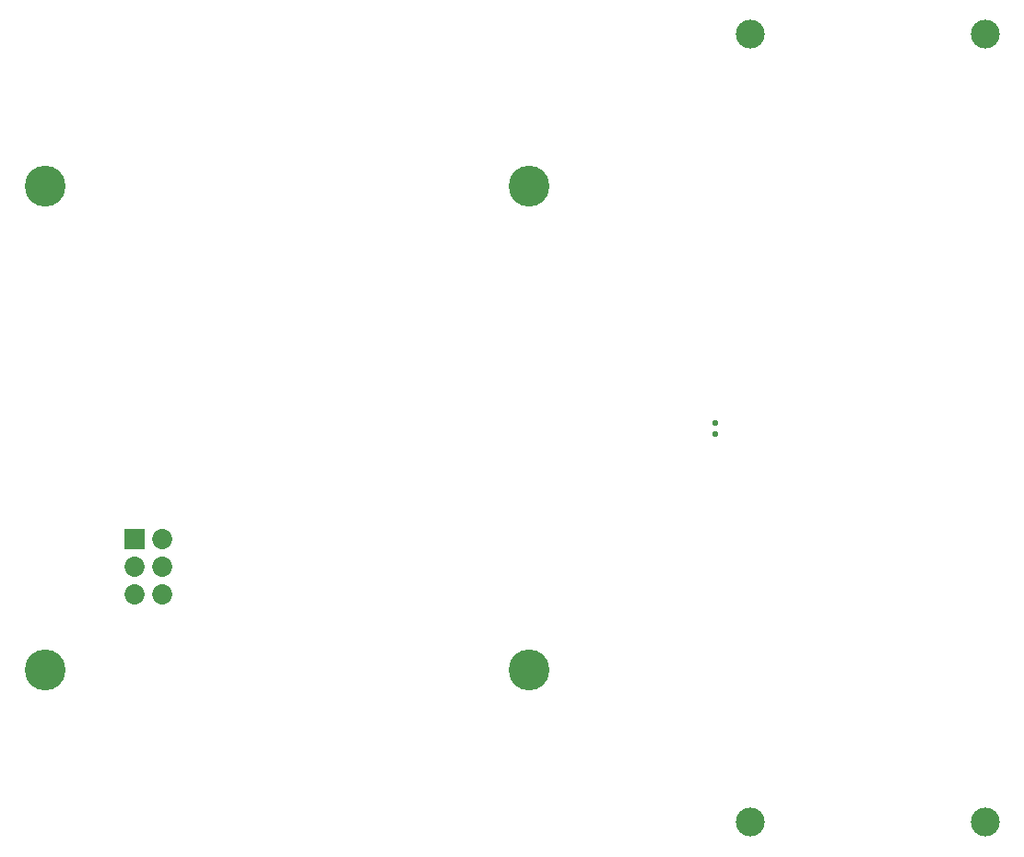
<source format=gbs>
G04 (created by PCBNEW (2013-07-07 BZR 4022)-stable) date 11/9/2013 6:13:17 PM*
%MOIN*%
G04 Gerber Fmt 3.4, Leading zero omitted, Abs format*
%FSLAX34Y34*%
G01*
G70*
G90*
G04 APERTURE LIST*
%ADD10C,0.006*%
%ADD11R,0.0729291X0.0729291*%
%ADD12C,0.0729291*%
%ADD13C,0.147732*%
%ADD14C,0.021*%
%ADD15C,0.104425*%
G04 APERTURE END LIST*
G54D10*
G54D11*
X9500Y11000D03*
G54D12*
X10500Y11000D03*
X9500Y10000D03*
X10500Y10000D03*
X9500Y9000D03*
X10500Y9000D03*
G54D13*
X23750Y23750D03*
X6250Y6250D03*
X23750Y6250D03*
X6250Y23750D03*
G54D14*
X30500Y14800D03*
X30500Y15200D03*
G54D15*
X31750Y29250D03*
X40250Y29250D03*
X31750Y750D03*
X40250Y750D03*
M02*

</source>
